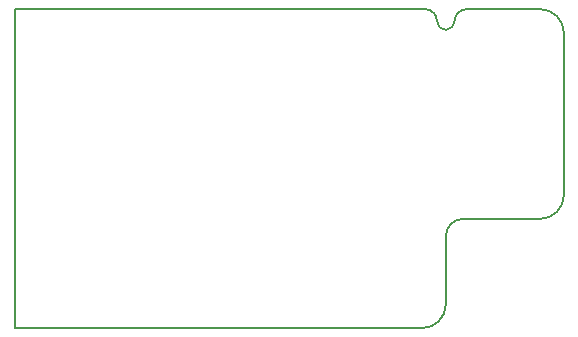
<source format=gm1>
G04 #@! TF.FileFunction,Profile,NP*
%FSLAX46Y46*%
G04 Gerber Fmt 4.6, Leading zero omitted, Abs format (unit mm)*
G04 Created by KiCad (PCBNEW 4.0.7) date 02/12/20 22:04:27*
%MOMM*%
%LPD*%
G01*
G04 APERTURE LIST*
%ADD10C,0.100000*%
%ADD11C,0.150000*%
G04 APERTURE END LIST*
D10*
D11*
X167500000Y-54500000D02*
X132750000Y-54500000D01*
X177250000Y-54500000D02*
X171000000Y-54500000D01*
X171000000Y-54500000D02*
G75*
G03X170000000Y-55500000I0J-1000000D01*
G01*
X169250000Y-56250000D02*
G75*
G03X170000000Y-55500000I0J750000D01*
G01*
X168500000Y-55500000D02*
G75*
G03X169250000Y-56250000I750000J0D01*
G01*
X168500000Y-55500000D02*
G75*
G03X167500000Y-54500000I-1000000J0D01*
G01*
X177250000Y-72250000D02*
X170750000Y-72250000D01*
X179250000Y-70250000D02*
X179250000Y-56500000D01*
X169250000Y-73750000D02*
X169250000Y-79500000D01*
X167250000Y-81500000D02*
G75*
G03X169250000Y-79500000I0J2000000D01*
G01*
X170750000Y-72250000D02*
G75*
G03X169250000Y-73750000I0J-1500000D01*
G01*
X132750000Y-81500000D02*
X132750000Y-54500000D01*
X167250000Y-81500000D02*
X132750000Y-81500000D01*
X177250000Y-72250000D02*
G75*
G03X179250000Y-70250000I0J2000000D01*
G01*
X179250000Y-56500000D02*
G75*
G03X177250000Y-54500000I-2000000J0D01*
G01*
M02*

</source>
